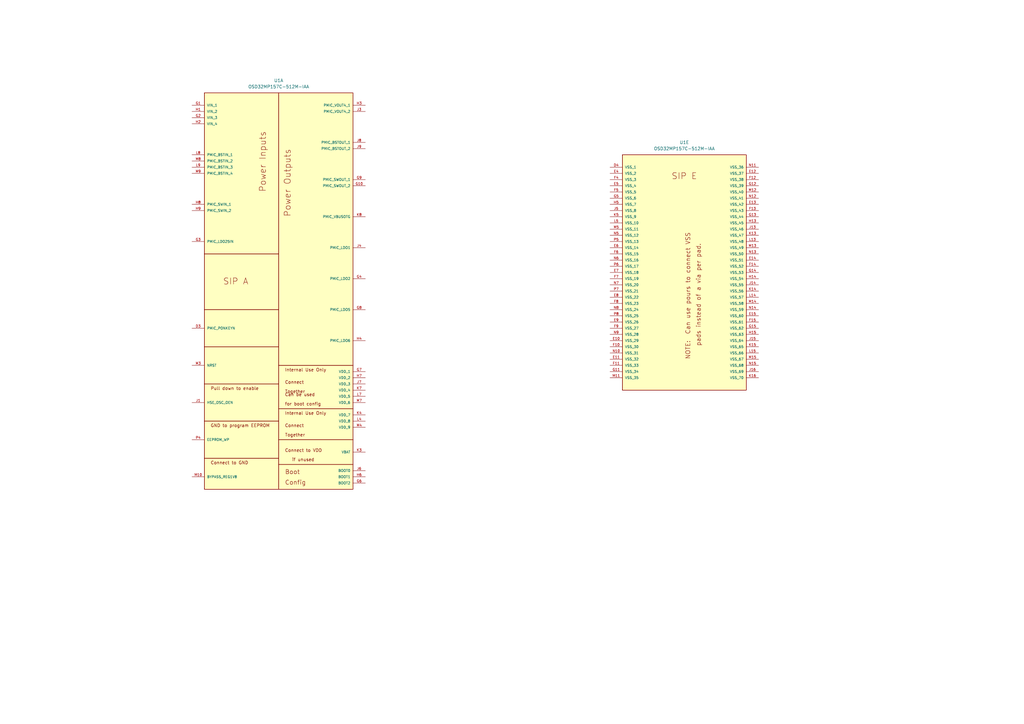
<source format=kicad_sch>
(kicad_sch (version 20231120) (generator "eeschema") (generator_version "8.0")
  (paper "A3")
  (lib_symbols
    (symbol "OSD32MP157C-512M-IAA:OSD32MP157C-512M-IAA" (pin_names (offset 1.016))
      (property "Reference" "U" (at 0 165.1 0))
      (property "Value" "OSD32MP157C-512M-IAA" (at 0 -2.54 0))
      (symbol "OSD32MP157C-512M-IAA_1_0"
        (polyline (pts (xy 0 96.52) (xy 30.48 96.52)) (stroke (width 0.254)))
        (polyline (pts (xy 30.48 10.16) (xy 30.48 0)) (stroke (width 0.254)))
        (polyline (pts (xy 30.48 10.16) (xy 30.48 12.7)) (stroke (width 0.254)))
        (polyline (pts (xy 30.48 12.7) (xy 0 12.7)) (stroke (width 0.254)))
        (polyline (pts (xy 30.48 20.32) (xy 30.48 12.7)) (stroke (width 0.254)))
        (polyline (pts (xy 30.48 20.32) (xy 30.48 27.94)) (stroke (width 0.254)))
        (polyline (pts (xy 30.48 20.32) (xy 60.96 20.32)) (stroke (width 0.254)))
        (polyline (pts (xy 30.48 27.94) (xy 0 27.94)) (stroke (width 0.254)))
        (polyline (pts (xy 30.48 33.02) (xy 30.48 27.94)) (stroke (width 0.254)))
        (polyline (pts (xy 30.48 33.02) (xy 60.96 33.02)) (stroke (width 0.254)))
        (polyline (pts (xy 30.48 43.18) (xy 0 43.18)) (stroke (width 0.254)))
        (polyline (pts (xy 30.48 43.18) (xy 30.48 33.02)) (stroke (width 0.254)))
        (polyline (pts (xy 30.48 50.8) (xy 30.48 43.18)) (stroke (width 0.254)))
        (polyline (pts (xy 30.48 50.8) (xy 60.96 50.8)) (stroke (width 0.254)))
        (polyline (pts (xy 30.48 58.42) (xy 0 58.42)) (stroke (width 0.254)))
        (polyline (pts (xy 30.48 58.42) (xy 30.48 50.8)) (stroke (width 0.254)))
        (polyline (pts (xy 30.48 73.66) (xy 0 73.66)) (stroke (width 0.254)))
        (polyline (pts (xy 30.48 73.66) (xy 30.48 58.42)) (stroke (width 0.254)))
        (polyline (pts (xy 30.48 96.52) (xy 30.48 73.66)) (stroke (width 0.254)))
        (polyline (pts (xy 30.48 162.56) (xy 30.48 96.52)) (stroke (width 0.254)))
        (polyline (pts (xy 60.96 10.16) (xy 30.48 10.16)) (stroke (width 0.254)))
        (rectangle (start 0 0) (end 60.96 162.56) (stroke (width 0.254)) (fill (type background)))
        (text "   if unused" (at 33.02 11.43 0) (effects (font (size 1.27 1.27)) (justify left bottom)))
        (text "Boot " (at 33.02 6.096 0) (effects (font (size 1.778 1.778)) (justify left bottom)))
        (text "Can be used" (at 33.02 38.1 0) (effects (font (size 1.27 1.27)) (justify left bottom)))
        (text "Config" (at 33.02 1.778 0) (effects (font (size 1.778 1.778)) (justify left bottom)))
        (text "Connect" (at 33.02 25.4 0) (effects (font (size 1.27 1.27)) (justify left bottom)))
        (text "Connect" (at 33.02 43.18 0) (effects (font (size 1.27 1.27)) (justify left bottom)))
        (text "Connect to GND" (at 2.54 10.16 0) (effects (font (size 1.27 1.27)) (justify left bottom)))
        (text "Connect to VDD" (at 33.02 15.24 0) (effects (font (size 1.27 1.27)) (justify left bottom)))
        (text "for boot config" (at 33.02 34.29 0) (effects (font (size 1.27 1.27)) (justify left bottom)))
        (text "GND to program EEPROM" (at 2.54 25.4 0) (effects (font (size 1.27 1.27)) (justify left bottom)))
        (text "Internal Use Only" (at 33.02 30.48 0) (effects (font (size 1.27 1.27)) (justify left bottom)))
        (text "Internal Use Only" (at 33.02 48.26 0) (effects (font (size 1.27 1.27)) (justify left bottom)))
        (text "Power Inputs" (at 25.4 121.92 900) (effects (font (size 2.54 2.54)) (justify left bottom)))
        (text "Power Outputs" (at 35.56 111.76 900) (effects (font (size 2.54 2.54)) (justify left bottom)))
        (text "Pull down to enable" (at 2.54 40.64 0) (effects (font (size 1.27 1.27)) (justify left bottom)))
        (text "SIP A" (at 7.62 83.82 0) (effects (font (size 2.54 2.54)) (justify left bottom)))
        (text "Together" (at 33.02 21.59 0) (effects (font (size 1.27 1.27)) (justify left bottom)))
        (text "Together" (at 33.02 39.37 0) (effects (font (size 1.27 1.27)) (justify left bottom)))
        (pin bidirectional line (at -5.08 66.04 0) (length 5.08) (name "PMIC_PONKEYN") (number "D3"))
        (pin bidirectional line (at -5.08 157.48 0) (length 5.08) (name "VIN_1") (number "G1"))
        (pin bidirectional line (at 66.04 124.46 180) (length 5.08) (name "PMIC_SWOUT_2") (number "G10"))
        (pin bidirectional line (at -5.08 152.4 0) (length 5.08) (name "VIN_3") (number "G2"))
        (pin bidirectional line (at -5.08 101.6 0) (length 5.08) (name "PMIC_LDO25IN") (number "G3"))
        (pin bidirectional line (at 66.04 86.36 180) (length 5.08) (name "PMIC_LDO2") (number "G4"))
        (pin bidirectional line (at 66.04 2.54 180) (length 5.08) (name "BOOT2") (number "G6"))
        (pin bidirectional line (at 66.04 48.26 180) (length 5.08) (name "VDD_1") (number "G7"))
        (pin bidirectional line (at 66.04 73.66 180) (length 5.08) (name "PMIC_LDO5") (number "G8"))
        (pin bidirectional line (at 66.04 127 180) (length 5.08) (name "PMIC_SWOUT_1") (number "G9"))
        (pin bidirectional line (at -5.08 154.94 0) (length 5.08) (name "VIN_2") (number "H1"))
        (pin bidirectional line (at -5.08 149.86 0) (length 5.08) (name "VIN_4") (number "H2"))
        (pin bidirectional line (at 66.04 157.48 180) (length 5.08) (name "PMIC_VOUT4_1") (number "H3"))
        (pin bidirectional line (at 66.04 60.96 180) (length 5.08) (name "PMIC_LDO6") (number "H4"))
        (pin bidirectional line (at 66.04 5.08 180) (length 5.08) (name "BOOT1") (number "H6"))
        (pin bidirectional line (at 66.04 45.72 180) (length 5.08) (name "VDD_2") (number "H7"))
        (pin bidirectional line (at -5.08 116.84 0) (length 5.08) (name "PMIC_SWIN_1") (number "H8"))
        (pin bidirectional line (at -5.08 114.3 0) (length 5.08) (name "PMIC_SWIN_2") (number "H9"))
        (pin bidirectional line (at -5.08 35.56 0) (length 5.08) (name "HSE_OSC_OEN") (number "J1"))
        (pin bidirectional line (at 66.04 154.94 180) (length 5.08) (name "PMIC_VOUT4_2") (number "J3"))
        (pin bidirectional line (at 66.04 99.06 180) (length 5.08) (name "PMIC_LDO1") (number "J4"))
        (pin bidirectional line (at 66.04 7.62 180) (length 5.08) (name "BOOT0") (number "J6"))
        (pin bidirectional line (at 66.04 43.18 180) (length 5.08) (name "VDD_3") (number "J7"))
        (pin bidirectional line (at 66.04 142.24 180) (length 5.08) (name "PMIC_BSTOUT_1") (number "J8"))
        (pin bidirectional line (at 66.04 139.7 180) (length 5.08) (name "PMIC_BSTOUT_2") (number "J9"))
        (pin bidirectional line (at 66.04 15.24 180) (length 5.08) (name "VBAT") (number "K3"))
        (pin bidirectional line (at 66.04 30.48 180) (length 5.08) (name "VDD_7") (number "K4"))
        (pin bidirectional line (at 66.04 40.64 180) (length 5.08) (name "VDD_4") (number "K7"))
        (pin bidirectional line (at 66.04 111.76 180) (length 5.08) (name "PMIC_VBUSOTG") (number "K8"))
        (pin bidirectional line (at 66.04 27.94 180) (length 5.08) (name "VDD_8") (number "L4"))
        (pin bidirectional line (at 66.04 38.1 180) (length 5.08) (name "VDD_5") (number "L7"))
        (pin bidirectional line (at -5.08 137.16 0) (length 5.08) (name "PMIC_BSTIN_1") (number "L8"))
        (pin bidirectional line (at -5.08 132.08 0) (length 5.08) (name "PMIC_BSTIN_3") (number "L9"))
        (pin bidirectional line (at -5.08 5.08 0) (length 5.08) (name "BYPASS_REG1V8") (number "M10"))
        (pin bidirectional line (at -5.08 50.8 0) (length 5.08) (name "NRST") (number "M3"))
        (pin bidirectional line (at 66.04 25.4 180) (length 5.08) (name "VDD_9") (number "M4"))
        (pin bidirectional line (at 66.04 35.56 180) (length 5.08) (name "VDD_6") (number "M7"))
        (pin bidirectional line (at -5.08 134.62 0) (length 5.08) (name "PMIC_BSTIN_2") (number "M8"))
        (pin bidirectional line (at -5.08 129.54 0) (length 5.08) (name "PMIC_BSTIN_4") (number "M9"))
        (pin bidirectional line (at -5.08 20.32 0) (length 5.08) (name "EEPROM_WP") (number "P4"))
      )
      (symbol "OSD32MP157C-512M-IAA_2_0"
        (rectangle (start 0 0) (end 50.8 96.52) (stroke (width 0.254)) (fill (type background)))
        (text "SIP B" (at 20.32 81.28 0) (effects (font (size 2.54 2.54)) (justify left bottom)))
        (pin bidirectional line (at -5.08 43.18 0) (length 5.08) (name "PB0") (number "A11"))
        (pin bidirectional line (at -5.08 73.66 0) (length 5.08) (name "PA7") (number "A12"))
        (pin bidirectional line (at -5.08 17.78 0) (length 5.08) (name "PB10") (number "A13"))
        (pin bidirectional line (at -5.08 10.16 0) (length 5.08) (name "PB13") (number "A14"))
        (pin bidirectional line (at -5.08 86.36 0) (length 5.08) (name "PA2") (number "A15"))
        (pin bidirectional line (at -5.08 78.74 0) (length 5.08) (name "PA5") (number "A16"))
        (pin bidirectional line (at 55.88 91.44 180) (length 5.08) (name "PC0") (number "A17"))
        (pin bidirectional line (at 55.88 5.08 180) (length 5.08) (name "PD15") (number "A2"))
        (pin bidirectional line (at -5.08 58.42 0) (length 5.08) (name "PA13") (number "A3"))
        (pin bidirectional line (at -5.08 83.82 0) (length 5.08) (name "PA3") (number "A5"))
        (pin bidirectional line (at -5.08 15.24 0) (length 5.08) (name "PB11") (number "A9"))
        (pin bidirectional line (at 55.88 20.32 180) (length 5.08) (name "PD9") (number "B1"))
        (pin bidirectional line (at -5.08 40.64 0) (length 5.08) (name "PB1") (number "B11"))
        (pin bidirectional line (at 55.88 81.28 180) (length 5.08) (name "PC4") (number "B12"))
        (pin bidirectional line (at -5.08 12.7 0) (length 5.08) (name "PB12") (number "B14"))
        (pin bidirectional line (at 55.88 88.9 180) (length 5.08) (name "PC1") (number "B15"))
        (pin bidirectional line (at -5.08 81.28 0) (length 5.08) (name "PA4") (number "B16"))
        (pin bidirectional line (at -5.08 76.2 0) (length 5.08) (name "PA6") (number "B17"))
        (pin bidirectional line (at 55.88 22.86 180) (length 5.08) (name "PD8") (number "B2"))
        (pin bidirectional line (at -5.08 55.88 0) (length 5.08) (name "PA14") (number "B3"))
        (pin bidirectional line (at 55.88 83.82 180) (length 5.08) (name "PC3") (number "B6"))
        (pin bidirectional line (at 55.88 78.74 180) (length 5.08) (name "PC5") (number "C12"))
        (pin bidirectional line (at -5.08 88.9 0) (length 5.08) (name "PA1") (number "C16"))
        (pin bidirectional line (at -5.08 30.48 0) (length 5.08) (name "PB5") (number "C17"))
        (pin bidirectional line (at 55.88 7.62 180) (length 5.08) (name "PD14") (number "C3"))
        (pin bidirectional line (at 55.88 86.36 180) (length 5.08) (name "PC2") (number "C7"))
        (pin bidirectional line (at 55.88 15.24 180) (length 5.08) (name "PD11") (number "E18"))
        (pin bidirectional line (at 55.88 12.7 180) (length 5.08) (name "PD12") (number "F16"))
        (pin bidirectional line (at 55.88 10.16 180) (length 5.08) (name "PD13") (number "F17"))
        (pin bidirectional line (at -5.08 27.94 0) (length 5.08) (name "PB6") (number "H18"))
        (pin bidirectional line (at -5.08 66.04 0) (length 5.08) (name "PA10") (number "L16"))
        (pin bidirectional line (at -5.08 63.5 0) (length 5.08) (name "PA11") (number "L17"))
        (pin bidirectional line (at -5.08 60.96 0) (length 5.08) (name "PA12") (number "L18"))
        (pin bidirectional line (at -5.08 38.1 0) (length 5.08) (name "PB2") (number "M18"))
        (pin bidirectional line (at 55.88 53.34 180) (length 5.08) (name "PC15-OSC32_OUT") (number "N1"))
        (pin bidirectional line (at 55.88 55.88 180) (length 5.08) (name "PC14-OSC32_IN") (number "N2"))
        (pin bidirectional line (at 55.88 73.66 180) (length 5.08) (name "PC7") (number "R16"))
        (pin bidirectional line (at 55.88 76.2 180) (length 5.08) (name "PC6") (number "R18"))
        (pin bidirectional line (at 55.88 27.94 180) (length 5.08) (name "PD6") (number "T10"))
        (pin bidirectional line (at 55.88 35.56 180) (length 5.08) (name "PD3") (number "T11"))
        (pin bidirectional line (at -5.08 22.86 0) (length 5.08) (name "PB8") (number "T13"))
        (pin bidirectional line (at -5.08 7.62 0) (length 5.08) (name "PB14") (number "T14"))
        (pin bidirectional line (at -5.08 53.34 0) (length 5.08) (name "PA15") (number "T15"))
        (pin bidirectional line (at 55.88 71.12 180) (length 5.08) (name "PC8") (number "T16"))
        (pin bidirectional line (at -5.08 71.12 0) (length 5.08) (name "PA8") (number "T17"))
        (pin bidirectional line (at 55.88 30.48 180) (length 5.08) (name "PD5") (number "U10"))
        (pin bidirectional line (at 55.88 40.64 180) (length 5.08) (name "PD1") (number "U11"))
        (pin bidirectional line (at -5.08 68.58 0) (length 5.08) (name "PA9") (number "U12"))
        (pin bidirectional line (at -5.08 20.32 0) (length 5.08) (name "PB9") (number "U13"))
        (pin bidirectional line (at -5.08 33.02 0) (length 5.08) (name "PB4") (number "U14"))
        (pin bidirectional line (at 55.88 68.58 180) (length 5.08) (name "PC9") (number "U16"))
        (pin bidirectional line (at 55.88 63.5 180) (length 5.08) (name "PC11") (number "U17"))
        (pin bidirectional line (at 55.88 38.1 180) (length 5.08) (name "PD2") (number "U18"))
        (pin bidirectional line (at 55.88 25.4 180) (length 5.08) (name "PD7") (number "U9"))
        (pin bidirectional line (at 55.88 33.02 180) (length 5.08) (name "PD4") (number "V10"))
        (pin bidirectional line (at 55.88 43.18 180) (length 5.08) (name "PD0") (number "V11"))
        (pin bidirectional line (at -5.08 25.4 0) (length 5.08) (name "PB7") (number "V12"))
        (pin bidirectional line (at -5.08 5.08 0) (length 5.08) (name "PB15") (number "V13"))
        (pin bidirectional line (at -5.08 35.56 0) (length 5.08) (name "PB3") (number "V14"))
        (pin bidirectional line (at 55.88 66.04 180) (length 5.08) (name "PC10") (number "V16"))
        (pin bidirectional line (at 55.88 60.96 180) (length 5.08) (name "PC12") (number "V17"))
        (pin bidirectional line (at 55.88 17.78 180) (length 5.08) (name "PD10") (number "V6"))
      )
      (symbol "OSD32MP157C-512M-IAA_3_0"
        (polyline (pts (xy 0 30.48) (xy 25.4 30.48)) (stroke (width 0.254)))
        (polyline (pts (xy 0 40.64) (xy 25.4 40.64)) (stroke (width 0.254)))
        (polyline (pts (xy 25.4 25.4) (xy 25.4 0)) (stroke (width 0.254)))
        (polyline (pts (xy 25.4 25.4) (xy 50.8 25.4)) (stroke (width 0.254)))
        (polyline (pts (xy 25.4 30.48) (xy 25.4 25.4)) (stroke (width 0.254)))
        (polyline (pts (xy 25.4 38.1) (xy 25.4 30.48)) (stroke (width 0.254)))
        (polyline (pts (xy 25.4 38.1) (xy 50.8 38.1)) (stroke (width 0.254)))
        (polyline (pts (xy 25.4 40.64) (xy 25.4 38.1)) (stroke (width 0.254)))
        (polyline (pts (xy 25.4 68.58) (xy 25.4 40.64)) (stroke (width 0.254)))
        (rectangle (start 0 0) (end 50.8 68.58) (stroke (width 0.254)) (fill (type background)))
        (text "Analog" (at 27.94 33.02 0) (effects (font (size 2.54 2.54)) (justify left bottom)))
        (text "Analog " (at 27.94 55.88 0) (effects (font (size 2.54 2.54)) (justify left bottom)))
        (text "DSI" (at 17.78 58.42 900) (effects (font (size 2.54 2.54)) (justify right top)))
        (text "JTAG" (at 27.94 20.32 0) (effects (font (size 2.54 2.54)) (justify left bottom)))
        (text "Power" (at 27.94 50.8 0) (effects (font (size 2.54 2.54)) (justify left bottom)))
        (text "SIP D" (at 7.62 35.56 0) (effects (font (size 2.54 2.54)) (justify left bottom)))
        (text "USB" (at 17.78 20.32 900) (effects (font (size 2.54 2.54)) (justify right top)))
        (pin bidirectional line (at -5.08 7.62 0) (length 5.08) (name "USB_DM2") (number "J17"))
        (pin bidirectional line (at -5.08 5.08 0) (length 5.08) (name "USB_DP2") (number "J18"))
        (pin bidirectional line (at 55.88 43.18 180) (length 5.08) (name "VSSA") (number "K1"))
        (pin bidirectional line (at -5.08 15.24 0) (length 5.08) (name "USB_DP1") (number "K17"))
        (pin bidirectional line (at -5.08 17.78 0) (length 5.08) (name "USB_DM1") (number "K18"))
        (pin bidirectional line (at 55.88 45.72 180) (length 5.08) (name "VREF-") (number "K2"))
        (pin bidirectional line (at -5.08 25.4 0) (length 5.08) (name "OTG_VBUS") (number "K9"))
        (pin bidirectional line (at 55.88 33.02 180) (length 5.08) (name "ANA0") (number "L1"))
        (pin bidirectional line (at 55.88 30.48 180) (length 5.08) (name "ANA1") (number "L2"))
        (pin bidirectional line (at 55.88 63.5 180) (length 5.08) (name "VDDA") (number "M1"))
        (pin bidirectional line (at 55.88 60.96 180) (length 5.08) (name "VREF+") (number "M2"))
        (pin bidirectional line (at -5.08 48.26 0) (length 5.08) (name "DSI_CKP") (number "N16"))
        (pin bidirectional line (at -5.08 55.88 0) (length 5.08) (name "DSI_D1P") (number "N17"))
        (pin bidirectional line (at -5.08 53.34 0) (length 5.08) (name "DSI_D1N") (number "N18"))
        (pin bidirectional line (at -5.08 45.72 0) (length 5.08) (name "DSI_CKN") (number "P16"))
        (pin bidirectional line (at -5.08 63.5 0) (length 5.08) (name "DSI_D0P") (number "P17"))
        (pin bidirectional line (at -5.08 60.96 0) (length 5.08) (name "DSI_D0N") (number "P18"))
        (pin bidirectional line (at 55.88 7.62 180) (length 5.08) (name "NJTRST") (number "R11"))
        (pin bidirectional line (at 55.88 10.16 180) (length 5.08) (name "JTDO-TRACESWO") (number "R12"))
        (pin bidirectional line (at 55.88 12.7 180) (length 5.08) (name "JTDI") (number "R13"))
        (pin bidirectional line (at 55.88 17.78 180) (length 5.08) (name "JTMS-SWDIO") (number "R14"))
        (pin bidirectional line (at 55.88 15.24 180) (length 5.08) (name "JTCK-SWCLK") (number "R15"))
      )
      (symbol "OSD32MP157C-512M-IAA_4_0"
        (rectangle (start 0 0) (end 50.8 144.78) (stroke (width 0.254)) (fill (type background)))
        (text "SIP C" (at 20.32 134.62 0) (effects (font (size 2.54 2.54)) (justify left bottom)))
        (pin bidirectional line (at -5.08 58.42 0) (length 5.08) (name "PF13") (number "A10"))
        (pin bidirectional line (at -5.08 12.7 0) (length 5.08) (name "PG12") (number "A4"))
        (pin bidirectional line (at -5.08 134.62 0) (length 5.08) (name "PE2") (number "A6"))
        (pin bidirectional line (at -5.08 7.62 0) (length 5.08) (name "PG14") (number "A7"))
        (pin bidirectional line (at -5.08 38.1 0) (length 5.08) (name "PG2") (number "A8"))
        (pin bidirectional line (at -5.08 55.88 0) (length 5.08) (name "PF14") (number "B10"))
        (pin bidirectional line (at 55.88 134.62 180) (length 5.08) (name "PH2") (number "B13"))
        (pin bidirectional line (at -5.08 63.5 0) (length 5.08) (name "PF11") (number "B18"))
        (pin bidirectional line (at 55.88 66.04 180) (length 5.08) (name "PI10") (number "B4"))
        (pin bidirectional line (at 55.88 124.46 180) (length 5.08) (name "PH6") (number "B5"))
        (pin bidirectional line (at -5.08 10.16 0) (length 5.08) (name "PG13") (number "B7"))
        (pin bidirectional line (at -5.08 40.64 0) (length 5.08) (name "PG1") (number "B8"))
        (pin bidirectional line (at -5.08 33.02 0) (length 5.08) (name "PG4") (number "B9"))
        (pin bidirectional line (at 55.88 71.12 180) (length 5.08) (name "PI8") (number "C1"))
        (pin bidirectional line (at -5.08 53.34 0) (length 5.08) (name "PF15") (number "C10"))
        (pin bidirectional line (at -5.08 60.96 0) (length 5.08) (name "PF12") (number "C11"))
        (pin bidirectional line (at 55.88 132.08 180) (length 5.08) (name "PH3") (number "C13"))
        (pin bidirectional line (at -5.08 15.24 0) (length 5.08) (name "PG11") (number "C14"))
        (pin bidirectional line (at -5.08 30.48 0) (length 5.08) (name "PG5") (number "C15"))
        (pin bidirectional line (at -5.08 17.78 0) (length 5.08) (name "PG10") (number "C18"))
        (pin bidirectional line (at 55.88 68.58 180) (length 5.08) (name "PI9") (number "C2"))
        (pin bidirectional line (at 55.88 63.5 180) (length 5.08) (name "PI11") (number "C4"))
        (pin bidirectional line (at 55.88 121.92 180) (length 5.08) (name "PH7") (number "C5"))
        (pin bidirectional line (at -5.08 83.82 0) (length 5.08) (name "PF3") (number "C6"))
        (pin bidirectional line (at -5.08 43.18 0) (length 5.08) (name "PG0") (number "C8"))
        (pin bidirectional line (at -5.08 35.56 0) (length 5.08) (name "PG3") (number "C9"))
        (pin bidirectional line (at 55.88 27.94 180) (length 5.08) (name "PZ6") (number "D1"))
        (pin bidirectional line (at -5.08 22.86 0) (length 5.08) (name "PG8") (number "D16"))
        (pin bidirectional line (at -5.08 121.92 0) (length 5.08) (name "PE7") (number "D17"))
        (pin bidirectional line (at -5.08 119.38 0) (length 5.08) (name "PE8") (number "D18"))
        (pin bidirectional line (at 55.88 25.4 180) (length 5.08) (name "PZ7") (number "D2"))
        (pin bidirectional line (at 55.88 35.56 180) (length 5.08) (name "PZ3") (number "E1"))
        (pin bidirectional line (at -5.08 116.84 0) (length 5.08) (name "PE9") (number "E16"))
        (pin bidirectional line (at -5.08 114.3 0) (length 5.08) (name "PE10") (number "E17"))
        (pin bidirectional line (at 55.88 33.02 180) (length 5.08) (name "PZ4/PMIC_SCL") (number "E2"))
        (pin bidirectional line (at 55.88 30.48 180) (length 5.08) (name "PZ5/PMIC_SDA") (number "E3"))
        (pin bidirectional line (at 55.88 43.18 180) (length 5.08) (name "PZ0") (number "F1"))
        (pin bidirectional line (at -5.08 76.2 0) (length 5.08) (name "PF6") (number "F18"))
        (pin bidirectional line (at 55.88 40.64 180) (length 5.08) (name "PZ1") (number "F2"))
        (pin bidirectional line (at 55.88 38.1 180) (length 5.08) (name "PZ2") (number "F3"))
        (pin bidirectional line (at -5.08 73.66 0) (length 5.08) (name "PF7") (number "G16"))
        (pin bidirectional line (at -5.08 71.12 0) (length 5.08) (name "PF8") (number "G17"))
        (pin bidirectional line (at -5.08 68.58 0) (length 5.08) (name "PF9") (number "G18"))
        (pin bidirectional line (at -5.08 66.04 0) (length 5.08) (name "PF10") (number "H16"))
        (pin bidirectional line (at -5.08 25.4 0) (length 5.08) (name "PG7") (number "H17"))
        (pin bidirectional line (at -5.08 20.32 0) (length 5.08) (name "PG9") (number "M17"))
        (pin bidirectional line (at 55.88 73.66 180) (length 5.08) (name "PI7") (number "N3"))
        (pin bidirectional line (at 55.88 81.28 180) (length 5.08) (name "PI4") (number "P1"))
        (pin bidirectional line (at 55.88 78.74 180) (length 5.08) (name "PI5") (number "P2"))
        (pin bidirectional line (at 55.88 76.2 180) (length 5.08) (name "PI6") (number "P3"))
        (pin bidirectional line (at 55.88 88.9 180) (length 5.08) (name "PI1") (number "R1"))
        (pin bidirectional line (at -5.08 129.54 0) (length 5.08) (name "PE4") (number "R17"))
        (pin bidirectional line (at 55.88 86.36 180) (length 5.08) (name "PI2") (number "R2"))
        (pin bidirectional line (at 55.88 83.82 180) (length 5.08) (name "PI3") (number "R3"))
        (pin bidirectional line (at 55.88 104.14 180) (length 5.08) (name "PH14") (number "T1"))
        (pin bidirectional line (at -5.08 132.08 0) (length 5.08) (name "PE3") (number "T12"))
        (pin bidirectional line (at -5.08 86.36 0) (length 5.08) (name "PF2") (number "T18"))
        (pin bidirectional line (at 55.88 101.6 180) (length 5.08) (name "PH15") (number "T2"))
        (pin bidirectional line (at 55.88 91.44 180) (length 5.08) (name "PI0") (number "T3"))
        (pin bidirectional line (at 55.88 119.38 180) (length 5.08) (name "PH8") (number "T4"))
        (pin bidirectional line (at -5.08 106.68 0) (length 5.08) (name "PE13") (number "T5"))
        (pin bidirectional line (at 55.88 127 180) (length 5.08) (name "PH5") (number "T6"))
        (pin bidirectional line (at -5.08 137.16 0) (length 5.08) (name "PE1") (number "T7"))
        (pin bidirectional line (at -5.08 78.74 0) (length 5.08) (name "PF5") (number "T8"))
        (pin bidirectional line (at -5.08 124.46 0) (length 5.08) (name "PE6") (number "T9"))
        (pin bidirectional line (at 55.88 106.68 180) (length 5.08) (name "PH13") (number "U1"))
        (pin bidirectional line (at -5.08 27.94 0) (length 5.08) (name "PG6") (number "U15"))
        (pin bidirectional line (at 55.88 109.22 180) (length 5.08) (name "PH12") (number "U2"))
        (pin bidirectional line (at 55.88 114.3 180) (length 5.08) (name "PH10") (number "U3"))
        (pin bidirectional line (at -5.08 101.6 0) (length 5.08) (name "PE15") (number "U4"))
        (pin bidirectional line (at -5.08 109.22 0) (length 5.08) (name "PE12") (number "U5"))
        (pin bidirectional line (at 55.88 129.54 180) (length 5.08) (name "PH4") (number "U6"))
        (pin bidirectional line (at -5.08 139.7 0) (length 5.08) (name "PE0") (number "U7"))
        (pin bidirectional line (at -5.08 91.44 0) (length 5.08) (name "PF0") (number "U8"))
        (pin bidirectional line (at -5.08 127 0) (length 5.08) (name "PE5") (number "V15"))
        (pin bidirectional line (at 55.88 111.76 180) (length 5.08) (name "PH11") (number "V2"))
        (pin bidirectional line (at 55.88 116.84 180) (length 5.08) (name "PH9") (number "V3"))
        (pin bidirectional line (at -5.08 104.14 0) (length 5.08) (name "PE14") (number "V4"))
        (pin bidirectional line (at -5.08 111.76 0) (length 5.08) (name "PE11") (number "V5"))
        (pin bidirectional line (at -5.08 81.28 0) (length 5.08) (name "PF4") (number "V7"))
        (pin bidirectional line (at -5.08 88.9 0) (length 5.08) (name "PF1") (number "V8"))
        (pin bidirectional line (at -5.08 5.08 0) (length 5.08) (name "PG15") (number "V9"))
      )
      (symbol "OSD32MP157C-512M-IAA_5_0"
        (rectangle (start 0 0) (end 50.8 96.52) (stroke (width 0.254)) (fill (type background)))
        (text "    pads instead of a via per pad." (at 32.258 12.7 900) (effects (font (size 1.778 1.778)) (justify left bottom)))
        (text "NOTE:  Can use pours to connect VSS" (at 27.94 12.7 900) (effects (font (size 1.778 1.778)) (justify left bottom)))
        (text "SIP E" (at 25.4 86.36 0) (effects (font (size 2.54 2.54)) (justify bottom)))
        (pin bidirectional line (at -5.08 91.44 0) (length 5.08) (name "VSS_1") (number "D4"))
        (pin bidirectional line (at -5.08 20.32 0) (length 5.08) (name "VSS_29") (number "E10"))
        (pin bidirectional line (at -5.08 12.7 0) (length 5.08) (name "VSS_32") (number "E11"))
        (pin bidirectional line (at 55.88 88.9 180) (length 5.08) (name "VSS_37") (number "E12"))
        (pin bidirectional line (at 55.88 76.2 180) (length 5.08) (name "VSS_42") (number "E13"))
        (pin bidirectional line (at 55.88 53.34 180) (length 5.08) (name "VSS_51") (number "E14"))
        (pin bidirectional line (at 55.88 30.48 180) (length 5.08) (name "VSS_60") (number "E15"))
        (pin bidirectional line (at -5.08 88.9 0) (length 5.08) (name "VSS_2") (number "E4"))
        (pin bidirectional line (at -5.08 83.82 0) (length 5.08) (name "VSS_4") (number "E5"))
        (pin bidirectional line (at -5.08 58.42 0) (length 5.08) (name "VSS_14") (number "E6"))
        (pin bidirectional line (at -5.08 48.26 0) (length 5.08) (name "VSS_18") (number "E7"))
        (pin bidirectional line (at -5.08 38.1 0) (length 5.08) (name "VSS_22") (number "E8"))
        (pin bidirectional line (at -5.08 27.94 0) (length 5.08) (name "VSS_26") (number "E9"))
        (pin bidirectional line (at -5.08 17.78 0) (length 5.08) (name "VSS_30") (number "F10"))
        (pin bidirectional line (at -5.08 10.16 0) (length 5.08) (name "VSS_33") (number "F11"))
        (pin bidirectional line (at 55.88 86.36 180) (length 5.08) (name "VSS_38") (number "F12"))
        (pin bidirectional line (at 55.88 73.66 180) (length 5.08) (name "VSS_43") (number "F13"))
        (pin bidirectional line (at 55.88 50.8 180) (length 5.08) (name "VSS_52") (number "F14"))
        (pin bidirectional line (at 55.88 27.94 180) (length 5.08) (name "VSS_61") (number "F15"))
        (pin bidirectional line (at -5.08 86.36 0) (length 5.08) (name "VSS_3") (number "F4"))
        (pin bidirectional line (at -5.08 81.28 0) (length 5.08) (name "VSS_5") (number "F5"))
        (pin bidirectional line (at -5.08 55.88 0) (length 5.08) (name "VSS_15") (number "F6"))
        (pin bidirectional line (at -5.08 45.72 0) (length 5.08) (name "VSS_19") (number "F7"))
        (pin bidirectional line (at -5.08 35.56 0) (length 5.08) (name "VSS_23") (number "F8"))
        (pin bidirectional line (at -5.08 25.4 0) (length 5.08) (name "VSS_27") (number "F9"))
        (pin bidirectional line (at -5.08 7.62 0) (length 5.08) (name "VSS_34") (number "G11"))
        (pin bidirectional line (at 55.88 83.82 180) (length 5.08) (name "VSS_39") (number "G12"))
        (pin bidirectional line (at 55.88 71.12 180) (length 5.08) (name "VSS_44") (number "G13"))
        (pin bidirectional line (at 55.88 48.26 180) (length 5.08) (name "VSS_53") (number "G14"))
        (pin bidirectional line (at 55.88 25.4 180) (length 5.08) (name "VSS_62") (number "G15"))
        (pin bidirectional line (at -5.08 78.74 0) (length 5.08) (name "VSS_6") (number "G5"))
        (pin bidirectional line (at 55.88 68.58 180) (length 5.08) (name "VSS_45") (number "H13"))
        (pin bidirectional line (at 55.88 45.72 180) (length 5.08) (name "VSS_54") (number "H14"))
        (pin bidirectional line (at 55.88 22.86 180) (length 5.08) (name "VSS_63") (number "H15"))
        (pin bidirectional line (at -5.08 76.2 0) (length 5.08) (name "VSS_7") (number "H5"))
        (pin bidirectional line (at 55.88 66.04 180) (length 5.08) (name "VSS_46") (number "J13"))
        (pin bidirectional line (at 55.88 43.18 180) (length 5.08) (name "VSS_55") (number "J14"))
        (pin bidirectional line (at 55.88 20.32 180) (length 5.08) (name "VSS_64") (number "J15"))
        (pin bidirectional line (at 55.88 7.62 180) (length 5.08) (name "VSS_69") (number "J16"))
        (pin bidirectional line (at -5.08 73.66 0) (length 5.08) (name "VSS_8") (number "J5"))
        (pin bidirectional line (at 55.88 63.5 180) (length 5.08) (name "VSS_47") (number "K13"))
        (pin bidirectional line (at 55.88 40.64 180) (length 5.08) (name "VSS_56") (number "K14"))
        (pin bidirectional line (at 55.88 17.78 180) (length 5.08) (name "VSS_65") (number "K15"))
        (pin bidirectional line (at 55.88 5.08 180) (length 5.08) (name "VSS_70") (number "K16"))
        (pin bidirectional line (at -5.08 71.12 0) (length 5.08) (name "VSS_9") (number "K5"))
        (pin bidirectional line (at 55.88 60.96 180) (length 5.08) (name "VSS_48") (number "L13"))
        (pin bidirectional line (at 55.88 38.1 180) (length 5.08) (name "VSS_57") (number "L14"))
        (pin bidirectional line (at 55.88 15.24 180) (length 5.08) (name "VSS_66") (number "L15"))
        (pin bidirectional line (at -5.08 68.58 0) (length 5.08) (name "VSS_10") (number "L5"))
        (pin bidirectional line (at -5.08 5.08 0) (length 5.08) (name "VSS_35") (number "M11"))
        (pin bidirectional line (at 55.88 81.28 180) (length 5.08) (name "VSS_40") (number "M12"))
        (pin bidirectional line (at 55.88 58.42 180) (length 5.08) (name "VSS_49") (number "M13"))
        (pin bidirectional line (at 55.88 35.56 180) (length 5.08) (name "VSS_58") (number "M14"))
        (pin bidirectional line (at 55.88 12.7 180) (length 5.08) (name "VSS_67") (number "M15"))
        (pin bidirectional line (at -5.08 66.04 0) (length 5.08) (name "VSS_11") (number "M5"))
        (pin bidirectional line (at -5.08 15.24 0) (length 5.08) (name "VSS_31") (number "N10"))
        (pin bidirectional line (at 55.88 91.44 180) (length 5.08) (name "VSS_36") (number "N11"))
        (pin bidirectional line (at 55.88 78.74 180) (length 5.08) (name "VSS_41") (number "N12"))
        (pin bidirectional line (at 55.88 55.88 180) (length 5.08) (name "VSS_50") (number "N13"))
        (pin bidirectional line (at 55.88 33.02 180) (length 5.08) (name "VSS_59") (number "N14"))
        (pin bidirectional line (at 55.88 10.16 180) (length 5.08) (name "VSS_68") (number "N15"))
        (pin bidirectional line (at -5.08 63.5 0) (length 5.08) (name "VSS_12") (number "N5"))
        (pin bidirectional line (at -5.08 53.34 0) (length 5.08) (name "VSS_16") (number "N6"))
        (pin bidirectional line (at -5.08 43.18 0) (length 5.08) (name "VSS_20") (number "N7"))
        (pin bidirectional line (at -5.08 33.02 0) (length 5.08) (name "VSS_24") (number "N8"))
        (pin bidirectional line (at -5.08 22.86 0) (length 5.08) (name "VSS_28") (number "N9"))
        (pin bidirectional line (at -5.08 60.96 0) (length 5.08) (name "VSS_13") (number "P5"))
        (pin bidirectional line (at -5.08 50.8 0) (length 5.08) (name "VSS_17") (number "P6"))
        (pin bidirectional line (at -5.08 40.64 0) (length 5.08) (name "VSS_21") (number "P7"))
        (pin bidirectional line (at -5.08 30.48 0) (length 5.08) (name "VSS_25") (number "P8"))
      )
      (symbol "OSD32MP157C-512M-IAA_6_0"
        (polyline (pts (xy 0 35.56) (xy 50.8 35.56)) (stroke (width 0.254)))
        (rectangle (start 0 0) (end 50.8 66.04) (stroke (width 0.254)) (fill (type background)))
        (text "Do Not Use" (at 27.94 11.43 0) (effects (font (size 1.778 1.778)) (justify left top)))
        (text "Do Not Use" (at 27.94 46.99 0) (effects (font (size 1.778 1.778)) (justify left top)))
        (text "Power Rails" (at 22.86 53.34 0) (effects (font (size 1.778 1.778)) (justify left top)))
        (text "Processor Control" (at 22.86 30.48 0) (effects (font (size 1.778 1.778)) (justify left top)))
        (text "recommended" (at 27.94 -1.524 0) (effects (font (size 1.778 1.778)) (justify left top)))
        (text "recommended" (at 27.94 34.036 0) (effects (font (size 1.778 1.778)) (justify left top)))
        (text "signal " (at 27.94 2.794 0) (effects (font (size 1.778 1.778)) (justify left top)))
        (text "signal " (at 27.94 38.354 0) (effects (font (size 1.778 1.778)) (justify left top)))
        (text "SIP F" (at 25.4 60.96 0) (effects (font (size 2.54 2.54)) (justify bottom)))
        (text "Test Point per " (at 27.94 7.112 0) (effects (font (size 1.778 1.778)) (justify left top)))
        (text "Test Point per " (at 27.94 42.672 0) (effects (font (size 1.778 1.778)) (justify left top)))
        (pin bidirectional line (at -5.08 20.32 0) (length 5.08) (name "PWR_ON/PMIC_PWRCTRL") (number "D5"))
        (pin bidirectional line (at -5.08 22.86 0) (length 5.08) (name "PC13/PMIC_WAKEUP") (number "D6"))
        (pin bidirectional line (at -5.08 55.88 0) (length 5.08) (name "VTT_DDR") (number "J12"))
        (pin bidirectional line (at -5.08 30.48 0) (length 5.08) (name "HSE_OSC_TP") (number "J2"))
        (pin bidirectional line (at -5.08 58.42 0) (length 5.08) (name "VDD_DDR") (number "K12"))
        (pin bidirectional line (at -5.08 15.24 0) (length 5.08) (name "PWR_LP") (number "K6"))
        (pin bidirectional line (at -5.08 53.34 0) (length 5.08) (name "VREF_DDR") (number "L12"))
        (pin bidirectional line (at -5.08 25.4 0) (length 5.08) (name "PA0/PMIC_INTN") (number "L3"))
        (pin bidirectional line (at -5.08 10.16 0) (length 5.08) (name "PDR_ON_CORE") (number "L6"))
        (pin bidirectional line (at -5.08 12.7 0) (length 5.08) (name "PDR_ON") (number "M6"))
        (pin bidirectional line (at -5.08 5.08 0) (length 5.08) (name "NRST_CORE") (number "N4"))
        (pin bidirectional line (at -5.08 60.96 0) (length 5.08) (name "VDD_CORE") (number "R4"))
        (pin bidirectional line (at -5.08 48.26 0) (length 5.08) (name "VDD3V3_USB") (number "R5"))
        (pin bidirectional line (at -5.08 40.64 0) (length 5.08) (name "VDD1V2_DSI_REG") (number "R6"))
        (pin bidirectional line (at -5.08 43.18 0) (length 5.08) (name "VDDA1V8_REG") (number "R7"))
        (pin bidirectional line (at -5.08 45.72 0) (length 5.08) (name "VDDA1V1_REG") (number "R8"))
      )
      (symbol "OSD32MP157C-512M-IAA_7_0"
        (rectangle (start 0 0) (end 50.8 33.02) (stroke (width 0.254)) (fill (type background)))
        (text "All pins reserved " (at 17.78 18.796 0) (effects (font (size 1.778 1.778)) (justify left bottom)))
        (text "Do Not Connect" (at 20.32 10.16 0) (effects (font (size 1.778 1.778)) (justify left bottom)))
        (text "for future use" (at 17.78 14.478 0) (effects (font (size 1.778 1.778)) (justify left bottom)))
        (text "SIP G" (at 30.48 22.86 0) (effects (font (size 2.54 2.54)) (justify bottom)))
        (pin bidirectional line (at -5.08 15.24 0) (length 5.08) (name "RSVD_6") (number "D10"))
        (pin bidirectional line (at -5.08 27.94 0) (length 5.08) (name "RSVD_1") (number "D7"))
        (pin bidirectional line (at -5.08 25.4 0) (length 5.08) (name "RSVD_2") (number "D8"))
        (pin bidirectional line (at -5.08 22.86 0) (length 5.08) (name "RSVD_3") (number "D9"))
        (pin bidirectional line (at -5.08 7.62 0) (length 5.08) (name "RSVD_9") (number "H12"))
        (pin bidirectional line (at -5.08 5.08 0) (length 5.08) (name "RSVD_10") (number "M16"))
        (pin bidirectional line (at -5.08 12.7 0) (length 5.08) (name "RSVD_7") (number "P10"))
        (pin bidirectional line (at -5.08 20.32 0) (length 5.08) (name "RSVD_4") (number "P9"))
        (pin bidirectional line (at -5.08 10.16 0) (length 5.08) (name "RSVD_8") (number "R10"))
        (pin bidirectional line (at -5.08 17.78 0) (length 5.08) (name "RSVD_5") (number "R9"))
      )
    )
  )
  (symbol (lib_id "OSD32MP157C-512M-IAA:OSD32MP157C-512M-IAA") (at 255.27 160.02 0) (unit 5)
    (property "Reference" "U1" (at 280.67 58.42 0))
    (property "Value" "OSD32MP157C-512M-IAA" (at 280.67 60.96 0))
    (property "Footprint" "OSD32MP157C-512M-IAA:OSD32MP15X-BGA-324" (effects (hide yes)))
    (property "MF" "Octavo Systems LLC" (effects (hide yes)))
    (property "Description_1" "\nOSD32MP15x Embedded Module Arm® Dual Cortex®-A7, Arm® Cortex®-M4 NEON™ SIMD 650MHz, 209MHz\n" (effects (hide yes)))
    (property "Package" "BGA-302 Octavo Systems" (effects (hide yes)))
    (property "Price" "None" (effects (hide yes)))
    (property "SnapEDA_Link" "https://www.snapeda.com/parts/OSD32MP157C-512M-IAA/Octavo+Systems+LLC/view-part/?ref=snap" (effects (hide yes)))
    (property "MP" "OSD32MP157C-512M-IAA" (effects (hide yes)))
    (property "Purchase-URL" "https://www.snapeda.com/api/url_track_click_mouser/?unipart_id=4998964&manufacturer=Octavo Systems LLC&part_name=OSD32MP157C-512M-IAA&search_term=osd32mp1" (effects (hide yes)))
    (property "Availability" "In Stock" (effects (hide yes)))
    (property "Check_prices" "https://www.snapeda.com/parts/OSD32MP157C-512M-IAA/Octavo+Systems+LLC/view-part/?ref=eda" (effects (hide yes)))
  )
  (symbol (lib_id "OSD32MP157C-512M-IAA:OSD32MP157C-512M-IAA") (at 83.82 200.66 0) (unit 1)
    (property "Reference" "U1" (at 114.3 33.02 0))
    (property "Value" "OSD32MP157C-512M-IAA" (at 114.3 35.56 0))
    (property "Footprint" "OSD32MP157C-512M-IAA:OSD32MP15X-BGA-324" (effects (hide yes)))
    (property "MF" "Octavo Systems LLC" (effects (hide yes)))
    (property "Description_1" "\nOSD32MP15x Embedded Module Arm® Dual Cortex®-A7, Arm® Cortex®-M4 NEON™ SIMD 650MHz, 209MHz\n" (effects (hide yes)))
    (property "Package" "BGA-302 Octavo Systems" (effects (hide yes)))
    (property "Price" "None" (effects (hide yes)))
    (property "SnapEDA_Link" "https://www.snapeda.com/parts/OSD32MP157C-512M-IAA/Octavo+Systems+LLC/view-part/?ref=snap" (effects (hide yes)))
    (property "MP" "OSD32MP157C-512M-IAA" (effects (hide yes)))
    (property "Purchase-URL" "https://www.snapeda.com/api/url_track_click_mouser/?unipart_id=4998964&manufacturer=Octavo Systems LLC&part_name=OSD32MP157C-512M-IAA&search_term=osd32mp1" (effects (hide yes)))
    (property "Availability" "In Stock" (effects (hide yes)))
    (property "Check_prices" "https://www.snapeda.com/parts/OSD32MP157C-512M-IAA/Octavo+Systems+LLC/view-part/?ref=eda" (effects (hide yes)))
  )
)
</source>
